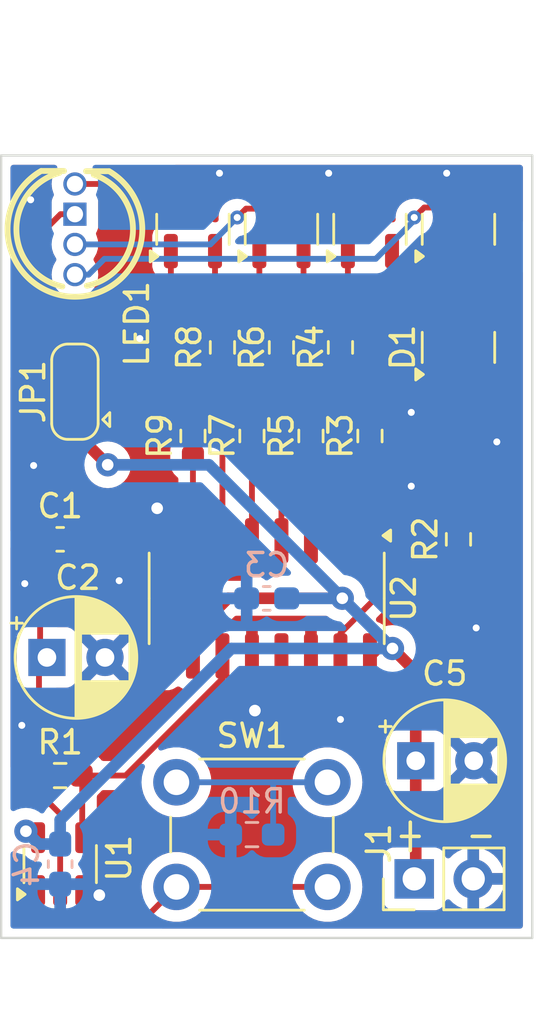
<source format=kicad_pcb>
(kicad_pcb (version 20240108) (generator "pcbnew") (generator_version "8.0")
  (layers (0 "F.Cu" signal) (31 "B.Cu" signal) (34 "B.Paste" user) (35 "F.Paste" user) (36 "B.SilkS" user "B.Silkscreen") (37 "F.SilkS" user "F.Silkscreen") (38 "B.Mask" user) (39 "F.Mask" user) (44 "Edge.Cuts" user))
  (net 0 "")
  (net 1 "GND")
  (net 2 "Net-(C1-Pad1)")
  (net 3 "+5V")
  (net 4 "/3r/o1")
  (net 5 "unconnected-(D1-Pad2)")
  (net 6 "Net-(D1-Pad1)")
  (net 7 "Net-(D2-Pad2)")
  (net 8 "Net-(D2-Pad1)")
  (net 9 "Net-(D3-Pad1)")
  (net 11 "/3r1/o1")
  (net 12 "Net-(D4-Pad1)")
  (net 13 "Net-(D4-Pad2)")
  (net 14 "Net-(D5-Pad1)")
  (net 15 "Net-(D5-Pad2)")
  (net 16 "/2r/o")
  (net 17 "Net-(JP1-C)")
  (net 18 "Net-(U2-CPC)")
  (net 19 "/3r/i1")
  (net 20 "/3r/i2")
  (net 21 "/3r/i3")
  (net 22 "/3r1/i1")
  (net 23 "/3r1/i2")
  (net 24 "/3r1/i3")
  (net 25 "/2r/i2")
  (net 26 "/2r/i3")
  (net 27 "Net-(R10-Pad1)")
  (footprint "Jumper:SolderJumper-3_P1.3mm_Open_RoundedPad1.0x1.5mm" (layer "F.Cu") (at 152.4 73.025 90)
    (property "Reference" "JP1" (at 0 -1.8 90) (layer "F.SilkS"))
    (property "Value" "SolderJumper_3_Open")
    (pad "1" smd custom (at -1.3 0 90) (size 1 0.5) (layers "F.Cu" "F.Mask") (net 3 "+5V") (options (clearance outline) (anchor rect)) (primitives (gr_circle (center 0 0.25) (end 0.5 0.25) (width 0) (fill yes)) (gr_circle (center 0 -0.25) (end 0.5 -0.25) (width 0) (fill yes)) (gr_poly (pts (xy 0.55 0.75) (xy 0 0.75) (xy 0 -0.75) (xy 0.55 -0.75)) (width 0) (fill yes))))
    (pad "2" smd rect (at 0 0 90) (size 0.9 1.5) (layers "F.Cu" "F.Mask") (net 17 "Net-(JP1-C)"))
    (pad "3" smd custom (at 1.3 0 90) (size 1 0.5) (layers "F.Cu" "F.Mask") (net 1 "GND") (options (clearance outline) (anchor rect)) (primitives (gr_circle (center 0 0.25) (end 0.5 0.25) (width 0) (fill yes)) (gr_circle (center 0 -0.25) (end 0.5 -0.25) (width 0) (fill yes)) (gr_poly (pts (xy 0 0.75) (xy -0.55 0.75) (xy -0.55 -0.75) (xy 0 -0.75)) (width 0) (fill yes))))
  )
  (footprint "Package_TO_SOT_SMD:SOT-23-5" (layer "F.Cu") (at 151.765 93.345 90)
    (property "Reference" "U1" (at 0.254 2.54 90) (layer "F.SilkS"))
    (property "Value" "SN74LVC1G14DBV")
    (pad "1" smd roundrect (at -1.1375 -0.95 90) (size 1.325 0.6) (layers "F.Cu" "F.Paste" "F.Mask"))
    (pad "2" smd roundrect (at -1.1375 0 90) (size 1.325 0.6) (layers "F.Cu" "F.Paste" "F.Mask") (net 2 "Net-(C1-Pad1)"))
    (pad "3" smd roundrect (at -1.1375 0.95 90) (size 1.325 0.6) (layers "F.Cu" "F.Paste" "F.Mask") (net 1 "GND"))
    (pad "4" smd roundrect (at 1.1375 0.95 90) (size 1.325 0.6) (layers "F.Cu" "F.Paste" "F.Mask") (net 18 "Net-(U2-CPC)"))
    (pad "5" smd roundrect (at 1.1375 -0.95 90) (size 1.325 0.6) (layers "F.Cu" "F.Paste" "F.Mask") (net 3 "+5V"))
  )
  (footprint "Package_TO_SOT_SMD:SOT-23" (layer "F.Cu") (at 157.48 66.04 90)
    (property "Reference" "D5" (hide yes))
    (property "Value" "BAT54C")
    (pad "1" smd roundrect (at -0.9375 -0.95 90) (size 1.475 0.6) (layers "F.Cu" "F.Paste" "F.Mask") (net 14 "Net-(D5-Pad1)"))
    (pad "2" smd roundrect (at -0.9375 0.95 90) (size 1.475 0.6) (layers "F.Cu" "F.Paste" "F.Mask") (net 15 "Net-(D5-Pad2)"))
    (pad "3" smd roundrect (at 0.9375 0 90) (size 1.475 0.6) (layers "F.Cu" "F.Paste" "F.Mask") (net 16 "/2r/o"))
  )
  (footprint "Connector_PinHeader_2.54mm:PinHeader_1x02_P2.54mm_Vertical" (layer "F.Cu") (at 167.005 93.98 90)
    (property "Reference" "J1" (at 1.524 -1.524 90) (layer "F.SilkS"))
    (property "Value" "Conn_01x02_Pin")
    (pad "1" thru_hole rect (at 0 0 90) (size 1.7 1.7) (drill 1) (layers "*.Cu" "*.Mask") (net 3 "+5V"))
    (pad "2" thru_hole oval (at 0 2.54 90) (size 1.7 1.7) (drill 1) (layers "*.Cu" "*.Mask") (net 1 "GND"))
  )
  (footprint "Package_TO_SOT_SMD:SOT-23" (layer "F.Cu") (at 165.1 66.04 90)
    (property "Reference" "D3" (hide yes))
    (property "Value" "BAT54C")
    (pad "1" smd roundrect (at -0.9375 -0.95 90) (size 1.475 0.6) (layers "F.Cu" "F.Paste" "F.Mask") (net 9 "Net-(D3-Pad1)"))
    (pad "2" smd roundrect (at -0.9375 0.95 90) (size 1.475 0.6) (layers "F.Cu" "F.Paste" "F.Mask"))
    (pad "3" smd roundrect (at 0.9375 0 90) (size 1.475 0.6) (layers "F.Cu" "F.Paste" "F.Mask") (net 11 "/3r1/o1"))
  )
  (footprint "Package_SO:SOIC-16_3.9x9.9mm_P1.27mm" (layer "F.Cu") (at 160.655 81.915 -90)
    (property "Reference" "U2" (at 0 -5.9 90) (layer "F.SilkS"))
    (property "Value" "74HC590A")
    (pad "1" smd roundrect (at -2.475 -4.445 270) (size 1.95 0.6) (layers "F.Cu" "F.Paste" "F.Mask") (net 20 "/3r/i2"))
    (pad "2" smd roundrect (at -2.475 -3.175 270) (size 1.95 0.6) (layers "F.Cu" "F.Paste" "F.Mask") (net 21 "/3r/i3"))
    (pad "3" smd roundrect (at -2.475 -1.905 270) (size 1.95 0.6) (layers "F.Cu" "F.Paste" "F.Mask") (net 22 "/3r1/i1"))
    (pad "4" smd roundrect (at -2.475 -0.635 270) (size 1.95 0.6) (layers "F.Cu" "F.Paste" "F.Mask") (net 23 "/3r1/i2"))
    (pad "5" smd roundrect (at -2.475 0.635 270) (size 1.95 0.6) (layers "F.Cu" "F.Paste" "F.Mask") (net 24 "/3r1/i3"))
    (pad "6" smd roundrect (at -2.475 1.905 270) (size 1.95 0.6) (layers "F.Cu" "F.Paste" "F.Mask") (net 25 "/2r/i2"))
    (pad "7" smd roundrect (at -2.475 3.175 270) (size 1.95 0.6) (layers "F.Cu" "F.Paste" "F.Mask") (net 26 "/2r/i3"))
    (pad "8" smd roundrect (at -2.475 4.445 270) (size 1.95 0.6) (layers "F.Cu" "F.Paste" "F.Mask") (net 1 "GND"))
    (pad "9" smd roundrect (at 2.475 4.445 270) (size 1.95 0.6) (layers "F.Cu" "F.Paste" "F.Mask"))
    (pad "10" smd roundrect (at 2.475 3.175 270) (size 1.95 0.6) (layers "F.Cu" "F.Paste" "F.Mask") (net 3 "+5V"))
    (pad "11" smd roundrect (at 2.475 1.905 270) (size 1.95 0.6) (layers "F.Cu" "F.Paste" "F.Mask") (net 18 "Net-(U2-CPC)"))
    (pad "12" smd roundrect (at 2.475 0.635 270) (size 1.95 0.6) (layers "F.Cu" "F.Paste" "F.Mask") (net 1 "GND"))
    (pad "13" smd roundrect (at 2.475 -0.635 270) (size 1.95 0.6) (layers "F.Cu" "F.Paste" "F.Mask") (net 18 "Net-(U2-CPC)"))
    (pad "14" smd roundrect (at 2.475 -1.905 270) (size 1.95 0.6) (layers "F.Cu" "F.Paste" "F.Mask") (net 1 "GND"))
    (pad "15" smd roundrect (at 2.475 -3.175 270) (size 1.95 0.6) (layers "F.Cu" "F.Paste" "F.Mask") (net 19 "/3r/i1"))
    (pad "16" smd roundrect (at 2.475 -4.445 270) (size 1.95 0.6) (layers "F.Cu" "F.Paste" "F.Mask") (net 3 "+5V"))
  )
  (footprint "Resistor_SMD:R_0603_1608Metric_Pad0.98x0.95mm_HandSolder" (layer "F.Cu") (at 162.56 74.93 90)
    (property "Reference" "R5" (at 0 -1.27 90) (layer "F.SilkS"))
    (property "Value" "R")
    (pad "1" smd roundrect (at -0.9125 0 90) (size 0.975 0.95) (layers "F.Cu" "F.Paste" "F.Mask") (net 22 "/3r1/i1"))
    (pad "2" smd roundrect (at 0.9125 0 90) (size 0.975 0.95) (layers "F.Cu" "F.Paste" "F.Mask") (net 9 "Net-(D3-Pad1)"))
  )
  (footprint "Resistor_SMD:R_0603_1608Metric_Pad0.98x0.95mm_HandSolder" (layer "F.Cu") (at 158.75 71.12 90)
    (property "Reference" "R8" (at 0 -1.43 90) (layer "F.SilkS"))
    (property "Value" "R")
    (pad "1" smd roundrect (at -0.9125 0 90) (size 0.975 0.95) (layers "F.Cu" "F.Paste" "F.Mask") (net 25 "/2r/i2"))
    (pad "2" smd roundrect (at 0.9125 0 90) (size 0.975 0.95) (layers "F.Cu" "F.Paste" "F.Mask") (net 15 "Net-(D5-Pad2)"))
  )
  (footprint "easyeda2kicad:LED-TH_4P-BD5.8-P1.30" (layer "F.Cu") (at 152.4 66.04 90)
    (property "Reference" "LED1" (at -4.064 2.667 90) (layer "F.SilkS"))
    (property "Value" "TJ-L5FYTXHTCYLCRGB-A5")
    (pad "1" thru_hole oval (at 1.95 0 90) (size 1 1) (drill 0.700024) (layers "*.Cu" "*.Mask") (net 16 "/2r/o"))
    (pad "2" thru_hole rect (at 0.65 0 90) (size 1 1) (drill 0.700024) (layers "*.Cu" "*.Mask") (net 17 "Net-(JP1-C)"))
    (pad "3" thru_hole oval (at -0.65 0 90) (size 1 1) (drill 0.700024) (layers "*.Cu" "*.Mask") (net 11 "/3r1/o1"))
    (pad "4" thru_hole oval (at -1.95 0 90) (size 1 1) (drill 0.700024) (layers "*.Cu" "*.Mask") (net 4 "/3r/o1"))
  )
  (footprint "Resistor_SMD:R_0603_1608Metric_Pad0.98x0.95mm_HandSolder" (layer "F.Cu") (at 151.765 89.535)
    (property "Reference" "R1" (at 0 -1.43 0) (layer "F.SilkS"))
    (property "Value" "10K")
    (pad "1" smd roundrect (at -0.9125 0) (size 0.975 0.95) (layers "F.Cu" "F.Paste" "F.Mask") (net 2 "Net-(C1-Pad1)"))
    (pad "2" smd roundrect (at 0.9125 0) (size 0.975 0.95) (layers "F.Cu" "F.Paste" "F.Mask") (net 18 "Net-(U2-CPC)"))
  )
  (footprint "Resistor_SMD:R_0603_1608Metric_Pad0.98x0.95mm_HandSolder" (layer "F.Cu") (at 157.48 74.93 90)
    (property "Reference" "R9" (at 0 -1.43 90) (layer "F.SilkS"))
    (property "Value" "R")
    (pad "1" smd roundrect (at -0.9125 0 90) (size 0.975 0.95) (layers "F.Cu" "F.Paste" "F.Mask") (net 26 "/2r/i3"))
    (pad "2" smd roundrect (at 0.9125 0 90) (size 0.975 0.95) (layers "F.Cu" "F.Paste" "F.Mask") (net 14 "Net-(D5-Pad1)"))
  )
  (footprint "Package_TO_SOT_SMD:SOT-23" (layer "F.Cu") (at 161.29 66.04 90)
    (property "Reference" "D4" (hide yes))
    (property "Value" "BAT54C")
    (pad "1" smd roundrect (at -0.9375 -0.95 90) (size 1.475 0.6) (layers "F.Cu" "F.Paste" "F.Mask") (net 12 "Net-(D4-Pad1)"))
    (pad "2" smd roundrect (at -0.9375 0.95 90) (size 1.475 0.6) (layers "F.Cu" "F.Paste" "F.Mask") (net 13 "Net-(D4-Pad2)"))
    (pad "3" smd roundrect (at 0.9375 0 90) (size 1.475 0.6) (layers "F.Cu" "F.Paste" "F.Mask") (net 11 "/3r1/o1"))
  )
  (footprint "Package_TO_SOT_SMD:SOT-23" (layer "F.Cu") (at 168.91 66.04 90)
    (property "Reference" "D2" (hide yes))
    (property "Value" "BAT54C")
    (pad "1" smd roundrect (at -0.9375 -0.95 90) (size 1.475 0.6) (layers "F.Cu" "F.Paste" "F.Mask") (net 8 "Net-(D2-Pad1)"))
    (pad "2" smd roundrect (at -0.9375 0.95 90) (size 1.475 0.6) (layers "F.Cu" "F.Paste" "F.Mask") (net 7 "Net-(D2-Pad2)"))
    (pad "3" smd roundrect (at 0.9375 0 90) (size 1.475 0.6) (layers "F.Cu" "F.Paste" "F.Mask") (net 4 "/3r/o1"))
  )
  (footprint "Resistor_SMD:R_0603_1608Metric_Pad0.98x0.95mm_HandSolder" (layer "F.Cu") (at 163.83 71.12 90)
    (property "Reference" "R4" (at 0 -1.27 90) (layer "F.SilkS"))
    (property "Value" "R")
    (pad "1" smd roundrect (at -0.9125 0 90) (size 0.975 0.95) (layers "F.Cu" "F.Paste" "F.Mask") (net 21 "/3r/i3"))
    (pad "2" smd roundrect (at 0.9125 0 90) (size 0.975 0.95) (layers "F.Cu" "F.Paste" "F.Mask") (net 8 "Net-(D2-Pad1)"))
  )
  (footprint "Button_Switch_THT:SW_PUSH_6mm" (layer "F.Cu") (at 156.77 89.825)
    (property "Reference" "SW1" (at 3.25 -2 0) (layer "F.SilkS"))
    (property "Value" "SW_Push")
    (pad "1" thru_hole circle (at 0 0 90) (size 2 2) (drill 1.1) (layers "*.Cu" "*.Mask") (net 27 "Net-(R10-Pad1)"))
    (pad "1" thru_hole circle (at 6.5 0 90) (size 2 2) (drill 1.1) (layers "*.Cu" "*.Mask") (net 27 "Net-(R10-Pad1)"))
    (pad "2" thru_hole circle (at 0 4.5 90) (size 2 2) (drill 1.1) (layers "*.Cu" "*.Mask") (net 2 "Net-(C1-Pad1)"))
    (pad "2" thru_hole circle (at 6.5 4.5 90) (size 2 2) (drill 1.1) (layers "*.Cu" "*.Mask") (net 2 "Net-(C1-Pad1)"))
  )
  (footprint "Resistor_SMD:R_0603_1608Metric_Pad0.98x0.95mm_HandSolder" (layer "F.Cu") (at 168.91 79.375 90)
    (property "Reference" "R2" (at 0 -1.43 90) (layer "F.SilkS"))
    (property "Value" "R")
    (pad "1" smd roundrect (at -0.9125 0 90) (size 0.975 0.95) (layers "F.Cu" "F.Paste" "F.Mask") (net 19 "/3r/i1"))
    (pad "2" smd roundrect (at 0.9125 0 90) (size 0.975 0.95) (layers "F.Cu" "F.Paste" "F.Mask") (net 6 "Net-(D1-Pad1)"))
  )
  (footprint "Capacitor_THT:CP_Radial_D5.0mm_P2.50mm" (layer "F.Cu") (at 151.194888 84.455)
    (property "Reference" "C2" (at 1.332112 -3.429 0) (layer "F.SilkS"))
    (property "Value" "50uF")
    (pad "1" thru_hole rect (at 0 0) (size 1.6 1.6) (drill 0.8) (layers "*.Cu" "*.Mask") (net 2 "Net-(C1-Pad1)"))
    (pad "2" thru_hole circle (at 2.5 0) (size 1.6 1.6) (drill 0.8) (layers "*.Cu" "*.Mask") (net 1 "GND"))
  )
  (footprint "Package_TO_SOT_SMD:SOT-23" (layer "F.Cu") (at 168.91 71.12 90)
    (property "Reference" "D1" (at 0 -2.4 90) (layer "F.SilkS"))
    (property "Value" "BAT54C")
    (pad "1" smd roundrect (at -0.9375 -0.95 90) (size 1.475 0.6) (layers "F.Cu" "F.Paste" "F.Mask") (net 6 "Net-(D1-Pad1)"))
    (pad "2" smd roundrect (at -0.9375 0.95 90) (size 1.475 0.6) (layers "F.Cu" "F.Paste" "F.Mask") (net 5 "unconnected-(D1-Pad2)"))
    (pad "3" smd roundrect (at 0.9375 0 90) (size 1.475 0.6) (layers "F.Cu" "F.Paste" "F.Mask") (net 4 "/3r/o1"))
  )
  (footprint "Capacitor_SMD:C_0603_1608Metric_Pad1.08x0.95mm_HandSolder" (layer "F.Cu") (at 151.765 79.375)
    (property "Reference" "C1" (at 0 -1.43 0) (layer "F.SilkS"))
    (property "Value" "4nf")
    (pad "1" smd roundrect (at -0.8625 0) (size 1.075 0.95) (layers "F.Cu" "F.Paste" "F.Mask") (net 2 "Net-(C1-Pad1)"))
    (pad "2" smd roundrect (at 0.8625 0) (size 1.075 0.95) (layers "F.Cu" "F.Paste" "F.Mask") (net 1 "GND"))
  )
  (footprint "Capacitor_THT:CP_Radial_D5.0mm_P2.50mm" (layer "F.Cu") (at 167.069888 88.9)
    (property "Reference" "C5" (at 1.25 -3.75 0) (layer "F.SilkS"))
    (property "Value" "50uF")
    (pad "1" thru_hole rect (at 0 0) (size 1.6 1.6) (drill 0.8) (layers "*.Cu" "*.Mask") (net 3 "+5V"))
    (pad "2" thru_hole circle (at 2.5 0) (size 1.6 1.6) (drill 0.8) (layers "*.Cu" "*.Mask") (net 1 "GND"))
  )
  (footprint "Resistor_SMD:R_0603_1608Metric_Pad0.98x0.95mm_HandSolder" (layer "F.Cu") (at 161.29 71.12 90)
    (property "Reference" "R6" (at 0 -1.27 90) (layer "F.SilkS"))
    (property "Value" "R")
    (pad "1" smd roundrect (at -0.9125 0 90) (size 0.975 0.95) (layers "F.Cu" "F.Paste" "F.Mask") (net 23 "/3r1/i2"))
    (pad "2" smd roundrect (at 0.9125 0 90) (size 0.975 0.95) (layers "F.Cu" "F.Paste" "F.Mask") (net 13 "Net-(D4-Pad2)"))
  )
  (footprint "Resistor_SMD:R_0603_1608Metric_Pad0.98x0.95mm_HandSolder" (layer "F.Cu") (at 165.1 74.93 90)
    (property "Reference" "R3" (at 0 -1.27 90) (layer "F.SilkS"))
    (property "Value" "R")
    (pad "1" smd roundrect (at -0.9125 0 90) (size 0.975 0.95) (layers "F.Cu" "F.Paste" "F.Mask") (net 20 "/3r/i2"))
    (pad "2" smd roundrect (at 0.9125 0 90) (size 0.975 0.95) (layers "F.Cu" "F.Paste" "F.Mask") (net 7 "Net-(D2-Pad2)"))
  )
  (footprint "Resistor_SMD:R_0603_1608Metric_Pad0.98x0.95mm_HandSolder" (layer "F.Cu") (at 160.02 74.93 90)
    (property "Reference" "R7" (at 0 -1.27 90) (layer "F.SilkS"))
    (property "Value" "R")
    (pad "1" smd roundrect (at -0.9125 0 90) (size 0.975 0.95) (layers "F.Cu" "F.Paste" "F.Mask") (net 24 "/3r1/i3"))
    (pad "2" smd roundrect (at 0.9125 0 90) (size 0.975 0.95) (layers "F.Cu" "F.Paste" "F.Mask") (net 12 "Net-(D4-Pad1)"))
  )
  (footprint "Resistor_SMD:R_0603_1608Metric_Pad0.98x0.95mm_HandSolder" (layer "B.Cu") (at 160.02 92.075 180)
    (property "Reference" "R10" (at 0 1.43 0) (layer "B.SilkS") (effects (justify mirror)))
    (property "Value" "100")
    (pad "1" smd roundrect (at -0.9125 0 180) (size 0.975 0.95) (layers "B.Cu" "B.Paste" "B.Mask") (net 27 "Net-(R10-Pad1)"))
    (pad "2" smd roundrect (at 0.9125 0 180) (size 0.975 0.95) (layers "B.Cu" "B.Paste" "B.Mask") (net 1 "GND"))
  )
  (footprint "Capacitor_SMD:C_0603_1608Metric_Pad1.08x0.95mm_HandSolder" (layer "B.Cu") (at 151.765 93.345 -90)
    (property "Reference" "C4" (at 0 1.43 90) (layer "B.SilkS") (effects (justify mirror)))
    (property "Value" "4nf")
    (pad "1" smd roundrect (at -0.8625 0 270) (size 1.075 0.95) (layers "B.Cu" "B.Paste" "B.Mask") (net 3 "+5V"))
    (pad "2" smd roundrect (at 0.8625 0 270) (size 1.075 0.95) (layers "B.Cu" "B.Paste" "B.Mask") (net 1 "GND"))
  )
  (footprint "Capacitor_SMD:C_0603_1608Metric_Pad1.08x0.95mm_HandSolder" (layer "B.Cu") (at 160.655 81.915 180)
    (property "Reference" "C3" (at 0 1.43 0) (layer "B.SilkS") (effects (justify mirror)))
    (property "Value" "4nf")
    (pad "1" smd roundrect (at -0.8625 0 180) (size 1.075 0.95) (layers "B.Cu" "B.Paste" "B.Mask") (net 3 "+5V"))
    (pad "2" smd roundrect (at 0.8625 0 180) (size 1.075 0.95) (layers "B.Cu" "B.Paste" "B.Mask") (net 1 "GND"))
  )
  (gr_line (start 172.085 96.52) (end 172.085 62.865) (stroke (width 0.1)) (layer "Edge.Cuts"))
  (gr_line (start 172.085 62.865) (end 149.225 62.865) (stroke (width 0.1)) (layer "Edge.Cuts"))
  (gr_line (start 149.225 62.865) (end 149.225 96.52) (stroke (width 0.1)) (layer "Edge.Cuts"))
  (gr_line (start 149.225 96.52) (end 172.085 96.52) (stroke (width 0.1)) (layer "Edge.Cuts"))
  (gr_text "+" (at 166.116 92.964 0) (layer "F.SilkS") (effects (font (size 1.6 1) (thickness 0.153)) (justify left bottom)))
  (gr_text "-" (at 169.164 92.964 0) (layer "F.SilkS") (effects (font (size 1.6 1) (thickness 0.153)) (justify left bottom)))
  (segment (start 155.94 79.17) (end 156.21 79.44) (width 0.5) (layer "F.Cu") (net 1))
  (segment (start 160.02 84.39) (end 160.02 86.614) (width 0.5) (layer "F.Cu") (net 1))
  (segment (start 160.02 86.614) (end 160.147 86.741) (width 0.5) (layer "F.Cu") (net 1))
  (segment (start 155.94 78.04) (end 155.94 79.17) (width 0.5) (layer "F.Cu") (net 1))
  (segment (start 153.45 94.68) (end 152.9125 94.68) (width 0.5) (layer "F.Cu") (net 1))
  (segment (start 152.9125 94.68) (end 152.715 94.4825) (width 0.5) (layer "F.Cu") (net 1))
  (via (at 155.94 78.04) (size 1) (drill 0.5) (layers "F.Cu" "B.Cu") (net 1))
  (via (at 155.194 70.739) (size 0.6) (drill 0.3) (layers "F.Cu" "B.Cu") (net 1))
  (via (at 168.402 63.627) (size 0.6) (drill 0.3) (layers "F.Cu" "B.Cu") (net 1))
  (via (at 154.305 81.153) (size 0.6) (drill 0.3) (layers "F.Cu" "B.Cu") (net 1))
  (via (at 150.622 76.2) (size 0.6) (drill 0.3) (layers "F.Cu" "B.Cu") (net 1))
  (via (at 169.672 83.185) (size 0.6) (drill 0.3) (layers "F.Cu" "B.Cu") (net 1))
  (via (at 166.878 77.089) (size 0.6) (drill 0.3) (layers "F.Cu" "B.Cu") (net 1))
  (via (at 158.623 63.627) (size 0.6) (drill 0.3) (layers "F.Cu" "B.Cu") (net 1))
  (via (at 160.147 86.741) (size 1) (drill 0.5) (layers "F.Cu" "B.Cu") (net 1))
  (via (at 150.241 81.28) (size 0.6) (drill 0.3) (layers "F.Cu" "B.Cu") (net 1))
  (via (at 153.45 94.68) (size 1) (drill 0.5) (layers "F.Cu" "B.Cu") (net 1))
  (via (at 163.322 63.627) (size 0.6) (drill 0.3) (layers "F.Cu" "B.Cu") (net 1))
  (via (at 150.114 87.376) (size 0.6) (drill 0.3) (layers "F.Cu" "B.Cu") (net 1))
  (via (at 150.495 64.77) (size 0.6) (drill 0.3) (layers "F.Cu" "B.Cu") (net 1))
  (via (at 166.878 73.914) (size 0.6) (drill 0.3) (layers "F.Cu" "B.Cu") (net 1))
  (via (at 163.83 87.122) (size 0.6) (drill 0.3) (layers "F.Cu" "B.Cu") (net 1))
  (via (at 170.561 75.184) (size 0.6) (drill 0.3) (layers "F.Cu" "B.Cu") (net 1))
  (segment (start 156.26 81.69) (end 156.26 78.36) (width 0.5) (layer "B.Cu") (net 1))
  (segment (start 152.9775 94.2075) (end 153.45 94.68) (width 0.5) (layer "B.Cu") (net 1))
  (segment (start 156.485 81.915) (end 156.26 81.69) (width 0.5) (layer "B.Cu") (net 1))
  (segment (start 159.7925 81.915) (end 156.485 81.915) (width 0.5) (layer "B.Cu") (net 1))
  (segment (start 151.765 94.2075) (end 152.9775 94.2075) (width 0.5) (layer "B.Cu") (net 1))
  (segment (start 156.26 78.36) (end 155.94 78.04) (width 0.5) (layer "B.Cu") (net 1))
  (segment (start 150.8525 84.797388) (end 151.194888 84.455) (width 0.25) (layer "F.Cu") (net 2))
  (segment (start 163.27 94.325) (end 156.77 94.325) (width 0.25) (layer "F.Cu") (net 2))
  (segment (start 151.765 95.377) (end 151.765 94.4825) (width 0.25) (layer "F.Cu") (net 2))
  (segment (start 151.765 91.186) (end 151.765 94.4825) (width 0.25) (layer "F.Cu") (net 2))
  (segment (start 150.9025 79.375) (end 150.9025 84.162612) (width 0.25) (layer "F.Cu") (net 2))
  (segment (start 150.8525 89.535) (end 150.8525 84.797388) (width 0.25) (layer "F.Cu") (net 2))
  (segment (start 150.8525 89.535) (end 151.194888 89.192612) (width 0.25) (layer "F.Cu") (net 2))
  (segment (start 156.77 94.325) (end 155.464 95.631) (width 0.25) (layer "F.Cu") (net 2))
  (segment (start 152.019 95.631) (end 151.765 95.377) (width 0.25) (layer "F.Cu") (net 2))
  (segment (start 150.9025 84.162612) (end 151.194888 84.455) (width 0.25) (layer "F.Cu") (net 2))
  (segment (start 150.8525 90.2735) (end 151.765 91.186) (width 0.25) (layer "F.Cu") (net 2))
  (segment (start 155.464 95.631) (end 152.019 95.631) (width 0.25) (layer "F.Cu") (net 2))
  (segment (start 150.8525 89.535) (end 150.8525 90.2735) (width 0.25) (layer "F.Cu") (net 2))
  (segment (start 157.48 84.39) (end 157.48 83.415001) (width 0.5) (layer "F.Cu") (net 3))
  (segment (start 152.4 74.325) (end 152.4 74.76) (width 0.5) (layer "F.Cu") (net 3))
  (segment (start 167.069888 85.069888) (end 167.069888 88.9) (width 0.5) (layer "F.Cu") (net 3))
  (segment (start 158.985001 81.91) (end 163.91 81.91) (width 0.5) (layer "F.Cu") (net 3))
  (segment (start 157.48 83.415001) (end 158.985001 81.91) (width 0.5) (layer "F.Cu") (net 3))
  (segment (start 166.07 84.07) (end 167.069888 85.069888) (width 0.5) (layer "F.Cu") (net 3))
  (segment (start 150.29 91.93) (end 150.5375 91.93) (width 0.5) (layer "F.Cu") (net 3))
  (segment (start 167.069888 93.915112) (end 167.005 93.98) (width 0.5) (layer "F.Cu") (net 3))
  (segment (start 165.42 84.07) (end 165.1 84.39) (width 0.5) (layer "F.Cu") (net 3))
  (segment (start 152.4 74.76) (end 153.81 76.17) (width 0.5) (layer "F.Cu") (net 3))
  (segment (start 150.5375 91.93) (end 150.815 92.2075) (width 0.5) (layer "F.Cu") (net 3))
  (segment (start 167.069888 88.9) (end 167.069888 93.915112) (width 0.5) (layer "F.Cu") (net 3))
  (segment (start 166.07 84.07) (end 165.42 84.07) (width 0.5) (layer "F.Cu") (net 3))
  (via (at 166.07 84.07) (size 1) (drill 0.5) (layers "F.Cu" "B.Cu") (net 3))
  (via (at 153.81 76.17) (size 1) (drill 0.5) (layers "F.Cu" "B.Cu") (net 3))
  (via (at 163.91 81.91) (size 1) (drill 0.5) (layers "F.Cu" "B.Cu") (net 3))
  (via (at 150.29 91.93) (size 1) (drill 0.5) (layers "F.Cu" "B.Cu") (net 3))
  (segment (start 158.17 76.17) (end 166.07 84.07) (width 0.5) (layer "B.Cu") (net 3))
  (segment (start 161.5175 81.915) (end 163.915 81.915) (width 0.5) (layer "B.Cu") (net 3))
  (segment (start 150.8425 92.4825) (end 150.29 91.93) (width 0.5) (layer "B.Cu") (net 3))
  (segment (start 151.765 92.4825) (end 150.8425 92.4825) (width 0.5) (layer "B.Cu") (net 3))
  (segment (start 153.81 76.17) (end 158.17 76.17) (width 0.5) (layer "B.Cu") (net 3))
  (segment (start 151.765 92.4825) (end 151.765 91.44) (width 0.5) (layer "B.Cu") (net 3))
  (segment (start 159.135 84.07) (end 166.07 84.07) (width 0.5) (layer "B.Cu") (net 3))
  (segment (start 151.765 91.44) (end 159.135 84.07) (width 0.5) (layer "B.Cu") (net 3))
  (segment (start 163.915 81.915) (end 166.07 84.07) (width 0.5) (layer "B.Cu") (net 3))
  (segment (start 170.815 65.786) (end 170.815 67.819396) (width 0.25) (layer "F.Cu") (net 4))
  (segment (start 167.4345 65.1025) (end 168.91 65.1025) (width 0.25) (layer "F.Cu") (net 4))
  (segment (start 170.1315 65.1025) (end 170.815 65.786) (width 0.25) (layer "F.Cu") (net 4))
  (segment (start 169.095 69.03) (end 168.91 69.215) (width 0.25) (layer "F.Cu") (net 4))
  (segment (start 169.604396 69.03) (end 169.095 69.03) (width 0.25) (layer "F.Cu") (net 4))
  (segment (start 167.005 65.532) (end 167.4345 65.1025) (width 0.25) (layer "F.Cu") (net 4))
  (segment (start 168.91 65.1025) (end 170.1315 65.1025) (width 0.25) (layer "F.Cu") (net 4))
  (segment (start 168.91 69.215) (end 168.91 70.1825) (width 0.25) (layer "F.Cu") (net 4))
  (segment (start 170.815 67.819396) (end 169.604396 69.03) (width 0.25) (layer "F.Cu") (net 4))
  (via (at 167.005 65.532) (size 0.6) (drill 0.3) (layers "F.Cu" "B.Cu") (net 4))
  (segment (start 167.005 65.655) (end 165.35 67.31) (width 0.25) (layer "B.Cu") (net 4))
  (segment (start 152.99 67.99) (end 152.4 67.99) (width 0.25) (layer "B.Cu") (net 4))
  (segment (start 153.67 67.31) (end 152.99 67.99) (width 0.25) (layer "B.Cu") (net 4))
  (segment (start 165.35 67.31) (end 153.67 67.31) (width 0.25) (layer "B.Cu") (net 4))
  (segment (start 167.005 65.532) (end 167.005 65.655) (width 0.25) (layer "B.Cu") (net 4))
  (segment (start 169.86 71.95) (end 169.91 71.9) (width 0.25) (layer "F.Cu") (net 5))
  (segment (start 167.96 76.647) (end 168.91 77.597) (width 0.25) (layer "F.Cu") (net 6))
  (segment (start 167.96 72.0575) (end 167.96 76.647) (width 0.25) (layer "F.Cu") (net 6))
  (segment (start 168.91 77.597) (end 168.91 78.4625) (width 0.25) (layer "F.Cu") (net 6))
  (segment (start 165.1 74.0175) (end 165.1 71.501) (width 0.25) (layer "F.Cu") (net 7))
  (segment (start 168.148 68.453) (end 169.291 68.453) (width 0.25) (layer "F.Cu") (net 7))
  (segment (start 169.291 68.453) (end 169.86 67.884) (width 0.25) (layer "F.Cu") (net 7))
  (segment (start 165.1 71.501) (end 168.148 68.453) (width 0.25) (layer "F.Cu") (net 7))
  (segment (start 169.86 67.884) (end 169.86 66.9775) (width 0.25) (layer "F.Cu") (net 7))
  (segment (start 164.084 69.088) (end 166.497 69.088) (width 0.25) (layer "F.Cu") (net 8))
  (segment (start 167.96 67.625) (end 167.96 66.9775) (width 0.25) (layer "F.Cu") (net 8))
  (segment (start 163.83 70.2075) (end 163.83 69.342) (width 0.25) (layer "F.Cu") (net 8))
  (segment (start 166.497 69.088) (end 167.96 67.625) (width 0.25) (layer "F.Cu") (net 8))
  (segment (start 163.83 69.342) (end 164.084 69.088) (width 0.25) (layer "F.Cu") (net 8))
  (segment (start 164.15 68.006) (end 164.15 66.9775) (width 0.25) (layer "F.Cu") (net 9))
  (segment (start 162.56 69.596) (end 164.15 68.006) (width 0.25) (layer "F.Cu") (net 9))
  (segment (start 162.56 74.0175) (end 162.56 69.596) (width 0.25) (layer "F.Cu") (net 9))
  (segment (start 159.385 65.532) (end 159.766 65.151) (width 0.25) (layer "F.Cu") (net 11))
  (segment (start 161.2415 65.151) (end 161.29 65.1025) (width 0.25) (layer "F.Cu") (net 11))
  (segment (start 165.1 65.1025) (end 161.29 65.1025) (width 0.25) (layer "F.Cu") (net 11))
  (segment (start 161.29 65.1025) (end 161.29 65.2) (width 0.25) (layer "F.Cu") (net 11))
  (segment (start 159.766 65.151) (end 161.2415 65.151) (width 0.25) (layer "F.Cu") (net 11))
  (segment (start 161.29 65.2) (end 161.25 65.24) (width 0.25) (layer "F.Cu") (net 11))
  (via (at 159.385 65.532) (size 0.6) (drill 0.3) (layers "F.Cu" "B.Cu") (net 11))
  (segment (start 159.385 65.532) (end 158.227 66.69) (width 0.25) (layer "B.Cu") (net 11))
  (segment (start 158.227 66.69) (end 152.4 66.69) (width 0.25) (layer "B.Cu") (net 11))
  (segment (start 160.02 74.0175) (end 160.02 68.58) (width 0.25) (layer "F.Cu") (net 12))
  (segment (start 160.34 68.26) (end 160.34 66.9775) (width 0.25) (layer "F.Cu") (net 12))
  (segment (start 160.02 68.58) (end 160.34 68.26) (width 0.25) (layer "F.Cu") (net 12))
  (segment (start 161.29 70.2075) (end 161.29 68.961) (width 0.25) (layer "F.Cu") (net 13))
  (segment (start 162.24 68.011) (end 162.24 66.9775) (width 0.25) (layer "F.Cu") (net 13))
  (segment (start 161.29 68.961) (end 162.24 68.011) (width 0.25) (layer "F.Cu") (net 13))
  (segment (start 156.53 68.011) (end 156.53 66.9775) (width 0.25) (layer "F.Cu") (net 14))
  (segment (start 157.48 68.961) (end 156.53 68.011) (width 0.25) (layer "F.Cu") (net 14))
  (segment (start 157.48 74.0175) (end 157.48 68.961) (width 0.25) (layer "F.Cu") (net 14))
  (segment (start 158.75 68.58) (end 158.43 68.26) (width 0.25) (layer "F.Cu") (net 15))
  (segment (start 158.43 68.26) (end 158.43 66.9775) (width 0.25) (layer "F.Cu") (net 15))
  (segment (start 158.75 70.2075) (end 158.75 68.58) (width 0.25) (layer "F.Cu") (net 15))
  (segment (start 156.4675 64.09) (end 152.4 64.09) (width 0.25) (layer "F.Cu") (net 16))
  (segment (start 157.48 65.1025) (end 156.4675 64.09) (width 0.25) (layer "F.Cu") (net 16))
  (segment (start 150.07 71.695) (end 151.4 73.025) (width 0.25) (layer "F.Cu") (net 17))
  (segment (start 152.4 65.39) (end 151.78 65.39) (width 0.25) (layer "F.Cu") (net 17))
  (segment (start 151.4 73.025) (end 152.4 73.025) (width 0.25) (layer "F.Cu") (net 17))
  (segment (start 150.07 67.1) (end 150.07 71.695) (width 0.25) (layer "F.Cu") (net 17))
  (segment (start 151.78 65.39) (end 150.07 67.1) (width 0.25) (layer "F.Cu") (net 17))
  (segment (start 152.715 89.5725) (end 152.6775 89.535) (width 0.25) (layer "F.Cu") (net 18))
  (segment (start 158.692499 87.318499) (end 158.692499 85.422499) (width 0.25) (layer "F.Cu") (net 18))
  (segment (start 152.715 92.2075) (end 152.715 89.5725) (width 0.25) (layer "F.Cu") (net 18))
  (segment (start 158.75 85.364999) (end 158.692499 85.422499) (width 0.25) (layer "F.Cu") (net 18))
  (segment (start 161.29 84.39) (end 161.29 88.011) (width 0.25) (layer "F.Cu") (net 18))
  (segment (start 154.579999 89.535) (end 152.6775 89.535) (width 0.25) (layer "F.Cu") (net 18))
  (segment (start 158.692499 85.422499) (end 154.579999 89.535) (width 0.25) (layer "F.Cu") (net 18))
  (segment (start 161.29 88.011) (end 161.163 88.138) (width 0.25) (layer "F.Cu") (net 18))
  (segment (start 158.75 84.39) (end 158.75 85.364999) (width 0.25) (layer "F.Cu") (net 18))
  (segment (start 159.512 88.138) (end 158.692499 87.318499) (width 0.25) (layer "F.Cu") (net 18))
  (segment (start 161.163 88.138) (end 159.512 88.138) (width 0.25) (layer "F.Cu") (net 18))
  (segment (start 163.83 83.415001) (end 163.83 84.39) (width 0.25) (layer "F.Cu") (net 19))
  (segment (start 168.91 80.2875) (end 166.957501 80.2875) (width 0.25) (layer "F.Cu") (net 19))
  (segment (start 166.957501 80.2875) (end 163.83 83.415001) (width 0.25) (layer "F.Cu") (net 19))
  (segment (start 165.1 79.44) (end 165.1 75.8425) (width 0.25) (layer "F.Cu") (net 20))
  (segment (start 163.83 79.44) (end 163.83 72.0325) (width 0.25) (layer "F.Cu") (net 21))
  (segment (start 162.56 79.44) (end 162.56 75.8425) (width 0.25) (layer "F.Cu") (net 22))
  (segment (start 161.29 79.44) (end 161.29 72.0325) (width 0.25) (layer "F.Cu") (net 23))
  (segment (start 160.02 79.44) (end 160.02 75.8425) (width 0.25) (layer "F.Cu") (net 24))
  (segment (start 158.75 79.44) (end 158.75 72.0325) (width 0.25) (layer "F.Cu") (net 25))
  (segment (start 157.48 79.44) (end 157.48 75.8425) (width 0.25) (layer "F.Cu") (net 26))
  (segment (start 160.9325 92.075) (end 160.9325 89.825) (width 0.25) (layer "B.Cu") (net 27))
  (segment (start 160.9325 89.825) (end 163.27 89.825) (width 0.25) (layer "B.Cu") (net 27))
  (segment (start 156.77 89.825) (end 160.9325 89.825) (width 0.25) (layer "B.Cu") (net 27))
  (zone (net 1) (net_name "GND") (layers "F&B.Cu") (connect_pads (clearance 0.5)) (min_thickness 0.25) (fill yes (thermal_gap 0.5) (thermal_bridge_width 0.5))
    (polygon (pts (xy 149.479 62.992) (xy 171.831 62.992) (xy 171.831 96.139) (xy 149.479 96.139)))
  )
)
</source>
